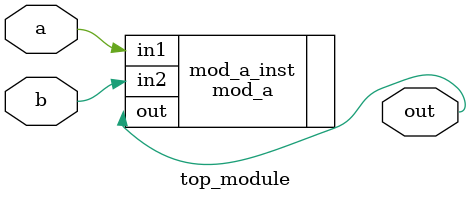
<source format=v>
module top_module ( input a, input b, output out );

    mod_a mod_a_inst(
        .in1(a),
        .in2(b),
        .out(out)
    );
    
endmodule
</source>
